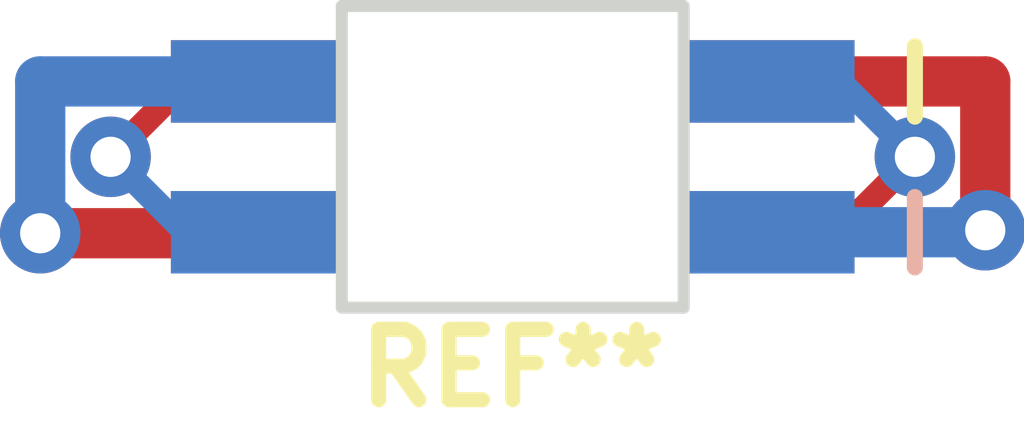
<source format=kicad_pcb>
(kicad_pcb (version 20221018) (generator pcbnew)
  (layers (0 "F.Cu" signal) (31 "B.Cu" signal) (34 "B.Paste" user) (35 "F.Paste" user) (36 "B.SilkS" user "B.Silkscreen") (37 "F.SilkS" user "F.Silkscreen") (38 "B.Mask" user) (39 "F.Mask" user) (44 "Edge.Cuts" user))
  (net 0 "")
  (footprint "Untitled:SK6812-MINI-E (1)" (layer "F.Cu") (at 0 0)
    (fp_text reference "REF**" (at 0 2.1 unlocked) (layer "F.SilkS") (effects (font (size 0.7 0.7))))
    (fp_text value "SK6812-MINI-E" hide)
    (fp_line (start 4 0.4) (end 4 1.1) (stroke (width 0.16)) (layer "B.SilkS"))
    (fp_line (start 4 -0.4) (end 4 -1.1) (stroke (width 0.16)) (layer "F.SilkS"))
    (fp_line (start -1.7 -1.5) (end 1.7 -1.5) (stroke (width 0.12)) (layer "Edge.Cuts"))
    (fp_line (start -1.7 1.5) (end -1.7 -1.5) (stroke (width 0.12)) (layer "Edge.Cuts"))
    (fp_line (start 1.7 -1.5) (end 1.7 1.5) (stroke (width 0.12)) (layer "Edge.Cuts"))
    (fp_line (start 1.7 1.5) (end -1.7 1.5) (stroke (width 0.12)) (layer "Edge.Cuts"))
    (pad "DIN" smd rect (at 2.55 -0.75) (size 1.7 0.82) (layers "B.Cu" "B.Paste" "B.Mask"))
    (pad "DIN" smd rect (at 2.55 0.75) (size 1.7 0.82) (layers "F.Cu" "F.Paste" "F.Mask"))
    (pad "DOUT" smd rect (at -2.55 -0.75) (size 1.7 0.82) (layers "F.Cu" "F.Paste" "F.Mask"))
    (pad "DOUT" smd rect (at -2.55 0.75) (size 1.7 0.82) (layers "B.Cu" "B.Paste" "B.Mask"))
    (pad "GND" smd rect (at 2.55 -0.75) (size 1.7 0.82) (layers "F.Cu" "F.Paste" "F.Mask"))
    (pad "GND" smd rect (at 2.55 0.75) (size 1.7 0.82) (layers "B.Cu" "B.Paste" "B.Mask"))
    (pad "VDD" smd rect (at -2.55 -0.75) (size 1.7 0.82) (layers "B.Cu" "B.Paste" "B.Mask"))
    (pad "VDD" smd rect (at -2.55 0.75) (size 1.7 0.82) (layers "F.Cu" "F.Paste" "F.Mask"))
  )
  (segment (start -3.25 -0.75) (end -4 0) (width 0.25) (layer "F.Cu") (net 0))
  (segment (start -4.7 0.76) (end -2.56 0.76) (width 0.5) (layer "F.Cu") (net 0))
  (segment (start 3.25 0.75) (end 4 0) (width 0.25) (layer "F.Cu") (net 0))
  (segment (start 4.7 0.73) (end 4.7 -0.75) (width 0.5) (layer "F.Cu") (net 0))
  (segment (start -2.56 0.76) (end -2.55 0.75) (width 0.5) (layer "F.Cu") (net 0))
  (segment (start 4.7 -0.75) (end 2.55 -0.75) (width 0.5) (layer "F.Cu") (net 0))
  (segment (start -2.55 -0.75) (end -3.25 -0.75) (width 0.25) (layer "F.Cu") (net 0))
  (segment (start 2.55 0.75) (end 3.25 0.75) (width 0.25) (layer "F.Cu") (net 0))
  (via (at 4.7 0.73) (size 0.8) (drill 0.4) (layers "F.Cu" "B.Cu") (net 0))
  (via (at 4 0) (size 0.8) (drill 0.4) (layers "F.Cu" "B.Cu") (net 0))
  (via (at -4 0) (size 0.8) (drill 0.4) (layers "F.Cu" "B.Cu") (net 0))
  (via (at -4.7 0.76) (size 0.8) (drill 0.4) (layers "F.Cu" "B.Cu") (net 0))
  (segment (start 4.7 0.73) (end 4.68 0.75) (width 0.5) (layer "B.Cu") (net 0))
  (segment (start -4.7 0.76) (end -4.7 -0.75) (width 0.5) (layer "B.Cu") (net 0))
  (segment (start 4.68 0.75) (end 2.55 0.75) (width 0.5) (layer "B.Cu") (net 0))
  (segment (start -2.55 0.75) (end -3.25 0.75) (width 0.25) (layer "B.Cu") (net 0))
  (segment (start 4 0) (end 3.25 -0.75) (width 0.25) (layer "B.Cu") (net 0))
  (segment (start -4.7 -0.75) (end -2.55 -0.75) (width 0.5) (layer "B.Cu") (net 0))
  (segment (start -3.25 0.75) (end -4 0) (width 0.25) (layer "B.Cu") (net 0))
)
</source>
